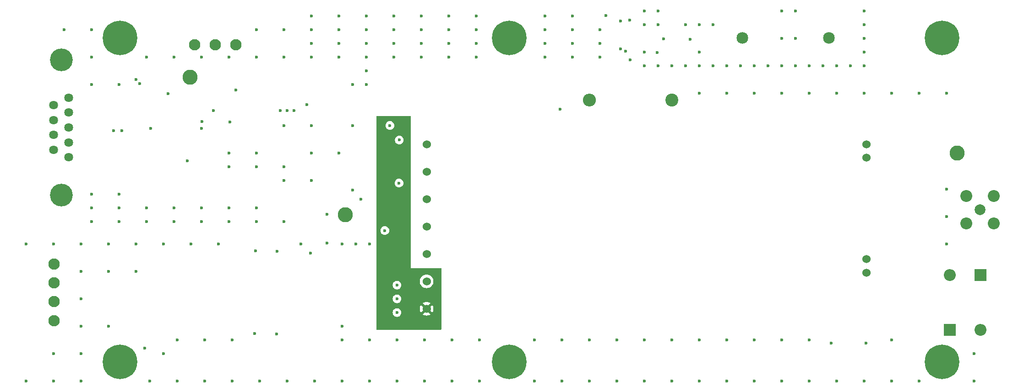
<source format=gbr>
%TF.GenerationSoftware,KiCad,Pcbnew,8.0.6*%
%TF.CreationDate,2024-12-30T11:40:09-05:00*%
%TF.ProjectId,SiPM_HV_Board,5369504d-5f48-4565-9f42-6f6172642e6b,rev?*%
%TF.SameCoordinates,Original*%
%TF.FileFunction,Copper,L4,Inr*%
%TF.FilePolarity,Positive*%
%FSLAX46Y46*%
G04 Gerber Fmt 4.6, Leading zero omitted, Abs format (unit mm)*
G04 Created by KiCad (PCBNEW 8.0.6) date 2024-12-30 11:40:09*
%MOMM*%
%LPD*%
G01*
G04 APERTURE LIST*
%TA.AperFunction,ComponentPad*%
%ADD10C,2.006600*%
%TD*%
%TA.AperFunction,ComponentPad*%
%ADD11C,2.209800*%
%TD*%
%TA.AperFunction,ComponentPad*%
%ADD12C,6.400000*%
%TD*%
%TA.AperFunction,ComponentPad*%
%ADD13R,2.200000X2.200000*%
%TD*%
%TA.AperFunction,ComponentPad*%
%ADD14O,2.200000X2.200000*%
%TD*%
%TA.AperFunction,ComponentPad*%
%ADD15C,2.800000*%
%TD*%
%TA.AperFunction,ComponentPad*%
%ADD16C,2.159000*%
%TD*%
%TA.AperFunction,ComponentPad*%
%ADD17C,1.524000*%
%TD*%
%TA.AperFunction,ComponentPad*%
%ADD18C,2.100000*%
%TD*%
%TA.AperFunction,ComponentPad*%
%ADD19C,1.635000*%
%TD*%
%TA.AperFunction,ComponentPad*%
%ADD20C,4.216000*%
%TD*%
%TA.AperFunction,ComponentPad*%
%ADD21C,2.400000*%
%TD*%
%TA.AperFunction,ComponentPad*%
%ADD22O,2.400000X2.400000*%
%TD*%
%TA.AperFunction,ViaPad*%
%ADD23C,0.600000*%
%TD*%
G04 APERTURE END LIST*
D10*
%TO.N,/SiPM_HV_Block/SiPM_HV_OUT*%
%TO.C,P_Out1*%
X235363000Y-99430000D03*
D11*
%TO.N,/SiPM_HV_Block/SiPM_HV_RTN*%
X237903000Y-96890000D03*
X232823000Y-96890000D03*
X232823000Y-101970000D03*
X237903000Y-101970000D03*
%TD*%
D12*
%TO.N,CHASSIS*%
%TO.C,H4*%
X228320000Y-127580000D03*
%TD*%
D13*
%TO.N,/SEC_PWR_RTN*%
%TO.C,D1*%
X229775000Y-121655000D03*
D14*
%TO.N,/SiPM_HV_Block/SiPM_HV_RTN*%
X229775000Y-111495000D03*
%TD*%
D15*
%TO.N,/SiPM_HV_Block/REM_ADJ*%
%TO.C,V_{SET}1*%
X89250000Y-74900000D03*
%TD*%
D12*
%TO.N,CHASSIS*%
%TO.C,H3*%
X148320000Y-127580000D03*
%TD*%
%TO.N,CHASSIS*%
%TO.C,H2*%
X76320000Y-127580000D03*
%TD*%
D15*
%TO.N,/SiPM_HV_Block/SiPM_HV_RTN*%
%TO.C,V_{OUT_RTN}1*%
X231140000Y-88900000D03*
%TD*%
D16*
%TO.N,Net-(M3-Pad3)*%
%TO.C,P2*%
X191410000Y-67580000D03*
%TD*%
D17*
%TO.N,/SiPM_HV_Block/V_RTN*%
%TO.C,U1*%
X133020000Y-117780000D03*
%TO.N,/SiPM_HV_Block/V_POS*%
X133020000Y-112700000D03*
%TO.N,/SiPM_HV_Block/Curr_Mon*%
X133020000Y-107620000D03*
%TO.N,/SiPM_HV_Block/Enable*%
X133020000Y-102540000D03*
%TO.N,/SEC_PWR_TELEM_RTN*%
X133020000Y-97460000D03*
%TO.N,/SiPM_HV_Block/REM_ADJ*%
X133020000Y-92380000D03*
%TO.N,unconnected-(U1-5V_REF-Pad7)*%
X133020000Y-87300000D03*
%TO.N,/SiPM_HV_Block/SiPM_HV_RTN*%
X214320000Y-87300000D03*
X214320000Y-89800000D03*
%TO.N,/SiPM_HV_Block/SiPM_HV_OUT*%
X214320000Y-108600000D03*
X214320000Y-111100000D03*
%TD*%
D18*
%TO.N,/SEC_PWR_RTN*%
%TO.C,J2*%
X64110000Y-109480000D03*
%TO.N,/SEC_PWR_IN*%
X64110000Y-112980000D03*
%TO.N,/SEC_PWR_RTN*%
X64110000Y-116480000D03*
%TO.N,/SEC_PWR_IN*%
X64110000Y-119980000D03*
%TD*%
D15*
%TO.N,/SiPM_HV_Block/Enable*%
%TO.C,V_{EN}1*%
X117980000Y-100350000D03*
%TD*%
D12*
%TO.N,CHASSIS*%
%TO.C,H6*%
X228320000Y-67580000D03*
%TD*%
%TO.N,CHASSIS*%
%TO.C,H1*%
X76320000Y-67580000D03*
%TD*%
D19*
%TO.N,/HV_CURR_MON*%
%TO.C,J3*%
X66880000Y-89730000D03*
%TO.N,/HV_Enable+*%
X66880000Y-86960000D03*
%TO.N,unconnected-(J3-Pad3)*%
X66880000Y-84190000D03*
%TO.N,/SEC_PWR_TELEM_RTN*%
X66880000Y-81420000D03*
X66880000Y-78650000D03*
X64040000Y-88345000D03*
%TO.N,/HV_Enable-*%
X64040000Y-85575000D03*
%TO.N,/SET_HV*%
X64040000Y-82805000D03*
%TO.N,/HV_VOLT_MON*%
X64040000Y-80035000D03*
D20*
%TO.N,CHASSIS*%
X65460000Y-71690000D03*
X65460000Y-96690000D03*
%TD*%
D16*
%TO.N,Net-(P1-Pad1)*%
%TO.C,P1*%
X207410000Y-67580000D03*
%TD*%
D12*
%TO.N,CHASSIS*%
%TO.C,H5*%
X148320000Y-67580000D03*
%TD*%
D21*
%TO.N,/SiPM_HV_Block/SiPM_HV_OUT*%
%TO.C,R20*%
X178340000Y-79110000D03*
D22*
%TO.N,Net-(U2B-+INB)*%
X163100000Y-79110000D03*
%TD*%
D18*
%TO.N,/SEC_PWR_TELEM_RTN*%
%TO.C,J1*%
X97720400Y-68895600D03*
%TO.N,/SEC_PWR_TELEM*%
X93910400Y-68895600D03*
%TO.N,/SEC_PWR_TELEM_RTN*%
X90100400Y-68895600D03*
%TD*%
D13*
%TO.N,/SiPM_HV_Block/SiPM_HV_RTN*%
%TO.C,D2*%
X235430000Y-111570000D03*
D14*
%TO.N,/SEC_PWR_RTN*%
X235430000Y-121730000D03*
%TD*%
D23*
%TO.N,/SEC_PWR_RTN*%
X229140000Y-105780000D03*
X234220000Y-131180000D03*
X69120000Y-126100000D03*
X97060000Y-123560000D03*
X79280000Y-105780000D03*
X224060000Y-77840000D03*
X183420000Y-123560000D03*
X213900000Y-77840000D03*
X203740000Y-131180000D03*
X64040000Y-131180000D03*
X58960000Y-105780000D03*
X69120000Y-110860000D03*
X188500000Y-131180000D03*
X91980000Y-131180000D03*
X127540000Y-115940000D03*
X112300000Y-131180000D03*
X86900000Y-123560000D03*
X127540000Y-118480000D03*
X213900000Y-131180000D03*
X168180000Y-131180000D03*
X229140000Y-100700000D03*
X203740000Y-123560000D03*
X127540000Y-113400000D03*
X97060000Y-131180000D03*
X152940000Y-123560000D03*
X117380000Y-121020000D03*
X64040000Y-105780000D03*
X193580000Y-123560000D03*
X193580000Y-77840000D03*
X64040000Y-126100000D03*
X208820000Y-131180000D03*
X158020000Y-131180000D03*
X89440000Y-105780000D03*
X229140000Y-77840000D03*
X163100000Y-131180000D03*
X69120000Y-131180000D03*
X218980000Y-77840000D03*
X158020000Y-123560000D03*
X198660000Y-77840000D03*
X109760000Y-105780000D03*
X81820000Y-131180000D03*
X86900000Y-131180000D03*
X132620000Y-131180000D03*
X208820000Y-77840000D03*
X218980000Y-123560000D03*
X74200000Y-105780000D03*
X142780000Y-131180000D03*
X84360000Y-105780000D03*
X224060000Y-131180000D03*
X188500000Y-123560000D03*
X80930000Y-125110000D03*
X157690000Y-80770000D03*
X173260000Y-123560000D03*
X142780000Y-123560000D03*
X122460000Y-105780000D03*
X69120000Y-105780000D03*
X79280000Y-110860000D03*
X69120000Y-121020000D03*
X229140000Y-95620000D03*
X203740000Y-77840000D03*
X183420000Y-131180000D03*
X178340000Y-131180000D03*
X234220000Y-126100000D03*
X58960000Y-131180000D03*
X198660000Y-131180000D03*
X127540000Y-123560000D03*
X132620000Y-123560000D03*
X193580000Y-131180000D03*
X84360000Y-126100000D03*
X122460000Y-131180000D03*
X111520000Y-107480000D03*
X137700000Y-123560000D03*
X94520000Y-105780000D03*
X168180000Y-123560000D03*
X188500000Y-77840000D03*
X163100000Y-123560000D03*
X107220000Y-131180000D03*
X102140000Y-131180000D03*
X114610000Y-105600000D03*
X152940000Y-131180000D03*
X101400000Y-107080000D03*
X178340000Y-123560000D03*
X117380000Y-123560000D03*
X91980000Y-123560000D03*
X74200000Y-121020000D03*
X69120000Y-115940000D03*
X183420000Y-77840000D03*
X101220000Y-122410000D03*
X198660000Y-123560000D03*
X74200000Y-110860000D03*
X127540000Y-131180000D03*
X122460000Y-123560000D03*
X173260000Y-131180000D03*
X117380000Y-131180000D03*
X137700000Y-131180000D03*
X218980000Y-131180000D03*
%TO.N,/SiPM_HV_Block/V_POS*%
X126238000Y-83820000D03*
X125300000Y-103290000D03*
%TO.N,/SiPM_HV_Block/V_RTN*%
X128430000Y-105110000D03*
X128160000Y-90550000D03*
%TO.N,/SiPM_HV_Block/SiPM_HV_RTN*%
X214230000Y-124190000D03*
%TO.N,CHASSIS*%
X207853278Y-124184243D03*
X105370000Y-107100000D03*
X105270000Y-122420000D03*
%TO.N,/SEC_PWR_TELEM*%
X175625000Y-70340000D03*
X168885000Y-64500000D03*
%TO.N,/SEC_PWR_TELEM_RTN*%
X132080000Y-68580000D03*
X121920000Y-71120000D03*
X101600000Y-99060000D03*
X154940000Y-66040000D03*
X201200000Y-72760000D03*
X191040000Y-72760000D03*
X201200000Y-67680000D03*
X114610000Y-100240000D03*
X127000000Y-71120000D03*
X208820000Y-72760000D03*
X142240000Y-66040000D03*
X213900000Y-65140000D03*
X101600000Y-101600000D03*
X91440000Y-101600000D03*
X119380000Y-76200000D03*
X79970000Y-76100000D03*
X110835400Y-79935600D03*
X160020000Y-71120000D03*
X175800000Y-62600000D03*
X76200000Y-101600000D03*
X86360000Y-101600000D03*
X81280000Y-99060000D03*
X193580000Y-72760000D03*
X91500000Y-83100000D03*
X71120000Y-96520000D03*
X127000000Y-63500000D03*
X111760000Y-83820000D03*
X160020000Y-66040000D03*
X76200000Y-76200000D03*
X154940000Y-71120000D03*
X106680000Y-71120000D03*
X137160000Y-63500000D03*
X116840000Y-68580000D03*
X71120000Y-99060000D03*
X211360000Y-72760000D03*
X127000000Y-66040000D03*
X120840000Y-97500000D03*
X121920000Y-63500000D03*
X154940000Y-63500000D03*
X106680000Y-91440000D03*
X201200000Y-62600000D03*
X116840000Y-66040000D03*
X71120000Y-76200000D03*
X101600000Y-88900000D03*
X86360000Y-99060000D03*
X137160000Y-66040000D03*
X96520000Y-71120000D03*
X137160000Y-71120000D03*
X198660000Y-72760000D03*
X91440000Y-99060000D03*
X154940000Y-68580000D03*
X116840000Y-88900000D03*
X93620000Y-81060000D03*
X119380000Y-83820000D03*
X173260000Y-70220000D03*
X116840000Y-71120000D03*
X165100000Y-68580000D03*
X97720000Y-77260000D03*
X111760000Y-88900000D03*
X166205000Y-63420000D03*
X116840000Y-63500000D03*
X173260000Y-72760000D03*
X183420000Y-72760000D03*
X111760000Y-63500000D03*
X66040000Y-66040000D03*
X111760000Y-71120000D03*
X75165200Y-84799600D03*
X198660000Y-67680000D03*
X96520000Y-99060000D03*
X111760000Y-68580000D03*
X71120000Y-101600000D03*
X213900000Y-62600000D03*
X111760000Y-93980000D03*
X188500000Y-72760000D03*
X101600000Y-66040000D03*
X71120000Y-71120000D03*
X81280000Y-101600000D03*
X119361200Y-95823200D03*
X137160000Y-68580000D03*
X142240000Y-68580000D03*
X82000000Y-84370000D03*
X86360000Y-71120000D03*
X142240000Y-71120000D03*
X76200000Y-96520000D03*
X165100000Y-66040000D03*
X76200000Y-99060000D03*
X79280000Y-75300000D03*
X121920000Y-66040000D03*
X101600000Y-91440000D03*
X180880000Y-72760000D03*
X213900000Y-70220000D03*
X96520000Y-91440000D03*
X132080000Y-71120000D03*
X169845000Y-70040000D03*
X132080000Y-63500000D03*
X106680000Y-93980000D03*
X213900000Y-72760000D03*
X142240000Y-63500000D03*
X206280000Y-72760000D03*
X196120000Y-72760000D03*
X165100000Y-71120000D03*
X127000000Y-68580000D03*
X173260000Y-62600000D03*
X203740000Y-72760000D03*
X181750000Y-67807000D03*
X96520000Y-101600000D03*
X106680000Y-66040000D03*
X96670000Y-83160000D03*
X132080000Y-66040000D03*
X198660000Y-62600000D03*
X180880000Y-65140000D03*
X160020000Y-68580000D03*
X213900000Y-67680000D03*
X160020000Y-63500000D03*
X175800000Y-72760000D03*
X91440000Y-71120000D03*
X106680000Y-83820000D03*
X121920000Y-73660000D03*
X183420000Y-70220000D03*
X121920000Y-68580000D03*
X71120000Y-66040000D03*
X173260000Y-65140000D03*
X175800000Y-65140000D03*
X106680000Y-101600000D03*
X111760000Y-66040000D03*
X183420000Y-65140000D03*
X121920000Y-76200000D03*
X178340000Y-72760000D03*
X96520000Y-88900000D03*
X185960000Y-65140000D03*
X81280000Y-71120000D03*
X185960000Y-72760000D03*
X101600000Y-71120000D03*
%TO.N,/HV_VOLT_MON*%
X88790000Y-90350000D03*
%TO.N,Net-(M2-Pad1)*%
X127965200Y-86512400D03*
X127914400Y-94488000D03*
%TO.N,Net-(M3-Pad1)*%
X176875000Y-67760000D03*
%TO.N,/SiPM_HV_Block/REM_ADJ*%
X85243644Y-77896215D03*
%TO.N,Net-(U2B-+INB)*%
X170635000Y-71670000D03*
%TO.N,/V3p3*%
X108490000Y-81015000D03*
X91431100Y-84390000D03*
X105950000Y-81015000D03*
X76689200Y-84799600D03*
X107220000Y-81015000D03*
%TO.N,Net-(U5-OUT)*%
X168905000Y-69650000D03*
%TO.N,Net-(U5--IN)*%
X170535000Y-64290000D03*
%TO.N,/SEC_PWR_RTN*%
X119920000Y-105780000D03*
X117380000Y-105780000D03*
%TD*%
%TA.AperFunction,Conductor*%
%TO.N,/SiPM_HV_Block/V_RTN*%
G36*
X130023039Y-82050685D02*
G01*
X130068794Y-82103489D01*
X130080000Y-82155000D01*
X130080000Y-110225000D01*
X135671000Y-110225000D01*
X135738039Y-110244685D01*
X135783794Y-110297489D01*
X135795000Y-110349000D01*
X135795000Y-121531000D01*
X135775315Y-121598039D01*
X135722511Y-121643794D01*
X135671000Y-121655000D01*
X123854000Y-121655000D01*
X123786961Y-121635315D01*
X123741206Y-121582511D01*
X123730000Y-121531000D01*
X123730000Y-118479996D01*
X126734435Y-118479996D01*
X126734435Y-118480003D01*
X126754630Y-118659249D01*
X126754631Y-118659254D01*
X126814211Y-118829523D01*
X126902746Y-118970424D01*
X126910184Y-118982262D01*
X127037738Y-119109816D01*
X127190478Y-119205789D01*
X127360745Y-119265368D01*
X127360750Y-119265369D01*
X127539996Y-119285565D01*
X127540000Y-119285565D01*
X127540004Y-119285565D01*
X127719249Y-119265369D01*
X127719252Y-119265368D01*
X127719255Y-119265368D01*
X127889522Y-119205789D01*
X128042262Y-119109816D01*
X128169816Y-118982262D01*
X128265789Y-118829522D01*
X128325368Y-118659255D01*
X128345565Y-118480000D01*
X128338062Y-118413411D01*
X128325369Y-118300750D01*
X128325368Y-118300745D01*
X128265788Y-118130476D01*
X128169815Y-117977737D01*
X128042262Y-117850184D01*
X127930564Y-117779999D01*
X131753179Y-117779999D01*
X131753179Y-117780000D01*
X131772424Y-117999976D01*
X131772426Y-117999986D01*
X131829575Y-118213270D01*
X131829580Y-118213284D01*
X131922898Y-118413405D01*
X131922901Y-118413411D01*
X131968258Y-118478187D01*
X131968259Y-118478188D01*
X132639000Y-117807447D01*
X132639000Y-117830160D01*
X132664964Y-117927061D01*
X132715124Y-118013940D01*
X132786060Y-118084876D01*
X132872939Y-118135036D01*
X132969840Y-118161000D01*
X132992553Y-118161000D01*
X132321810Y-118831740D01*
X132386590Y-118877099D01*
X132386592Y-118877100D01*
X132586715Y-118970419D01*
X132586729Y-118970424D01*
X132800013Y-119027573D01*
X132800023Y-119027575D01*
X133019999Y-119046821D01*
X133020001Y-119046821D01*
X133239976Y-119027575D01*
X133239986Y-119027573D01*
X133453270Y-118970424D01*
X133453284Y-118970419D01*
X133653407Y-118877100D01*
X133653417Y-118877094D01*
X133718188Y-118831741D01*
X133047448Y-118161000D01*
X133070160Y-118161000D01*
X133167061Y-118135036D01*
X133253940Y-118084876D01*
X133324876Y-118013940D01*
X133375036Y-117927061D01*
X133401000Y-117830160D01*
X133401000Y-117807447D01*
X134071741Y-118478188D01*
X134117094Y-118413417D01*
X134117100Y-118413407D01*
X134210419Y-118213284D01*
X134210424Y-118213270D01*
X134267573Y-117999986D01*
X134267575Y-117999976D01*
X134286821Y-117780000D01*
X134286821Y-117779999D01*
X134267575Y-117560023D01*
X134267573Y-117560013D01*
X134210424Y-117346729D01*
X134210420Y-117346720D01*
X134117096Y-117146586D01*
X134071741Y-117081811D01*
X134071740Y-117081810D01*
X133401000Y-117752551D01*
X133401000Y-117729840D01*
X133375036Y-117632939D01*
X133324876Y-117546060D01*
X133253940Y-117475124D01*
X133167061Y-117424964D01*
X133070160Y-117399000D01*
X133047448Y-117399000D01*
X133718188Y-116728259D01*
X133718187Y-116728258D01*
X133653411Y-116682901D01*
X133653405Y-116682898D01*
X133453284Y-116589580D01*
X133453270Y-116589575D01*
X133239986Y-116532426D01*
X133239976Y-116532424D01*
X133020001Y-116513179D01*
X133019999Y-116513179D01*
X132800023Y-116532424D01*
X132800013Y-116532426D01*
X132586729Y-116589575D01*
X132586720Y-116589579D01*
X132386590Y-116682901D01*
X132321811Y-116728258D01*
X132992553Y-117399000D01*
X132969840Y-117399000D01*
X132872939Y-117424964D01*
X132786060Y-117475124D01*
X132715124Y-117546060D01*
X132664964Y-117632939D01*
X132639000Y-117729840D01*
X132639000Y-117752553D01*
X131968258Y-117081811D01*
X131922901Y-117146590D01*
X131829579Y-117346720D01*
X131829575Y-117346729D01*
X131772426Y-117560013D01*
X131772424Y-117560023D01*
X131753179Y-117779999D01*
X127930564Y-117779999D01*
X127889523Y-117754211D01*
X127719254Y-117694631D01*
X127719249Y-117694630D01*
X127540004Y-117674435D01*
X127539996Y-117674435D01*
X127360750Y-117694630D01*
X127360745Y-117694631D01*
X127190476Y-117754211D01*
X127037737Y-117850184D01*
X126910184Y-117977737D01*
X126814211Y-118130476D01*
X126754631Y-118300745D01*
X126754630Y-118300750D01*
X126734435Y-118479996D01*
X123730000Y-118479996D01*
X123730000Y-115939996D01*
X126734435Y-115939996D01*
X126734435Y-115940003D01*
X126754630Y-116119249D01*
X126754631Y-116119254D01*
X126814211Y-116289523D01*
X126910184Y-116442262D01*
X127037738Y-116569816D01*
X127190478Y-116665789D01*
X127360745Y-116725368D01*
X127360750Y-116725369D01*
X127539996Y-116745565D01*
X127540000Y-116745565D01*
X127540004Y-116745565D01*
X127719249Y-116725369D01*
X127719252Y-116725368D01*
X127719255Y-116725368D01*
X127889522Y-116665789D01*
X128042262Y-116569816D01*
X128169816Y-116442262D01*
X128265789Y-116289522D01*
X128325368Y-116119255D01*
X128345565Y-115940000D01*
X128325368Y-115760745D01*
X128265789Y-115590478D01*
X128169816Y-115437738D01*
X128042262Y-115310184D01*
X127889523Y-115214211D01*
X127719254Y-115154631D01*
X127719249Y-115154630D01*
X127540004Y-115134435D01*
X127539996Y-115134435D01*
X127360750Y-115154630D01*
X127360745Y-115154631D01*
X127190476Y-115214211D01*
X127037737Y-115310184D01*
X126910184Y-115437737D01*
X126814211Y-115590476D01*
X126754631Y-115760745D01*
X126754630Y-115760750D01*
X126734435Y-115939996D01*
X123730000Y-115939996D01*
X123730000Y-113399996D01*
X126734435Y-113399996D01*
X126734435Y-113400003D01*
X126754630Y-113579249D01*
X126754631Y-113579254D01*
X126814211Y-113749523D01*
X126844377Y-113797531D01*
X126910184Y-113902262D01*
X127037738Y-114029816D01*
X127190478Y-114125789D01*
X127360745Y-114185368D01*
X127360750Y-114185369D01*
X127539996Y-114205565D01*
X127540000Y-114205565D01*
X127540004Y-114205565D01*
X127719249Y-114185369D01*
X127719252Y-114185368D01*
X127719255Y-114185368D01*
X127889522Y-114125789D01*
X128042262Y-114029816D01*
X128169816Y-113902262D01*
X128265789Y-113749522D01*
X128325368Y-113579255D01*
X128325369Y-113579249D01*
X128345565Y-113400003D01*
X128345565Y-113399996D01*
X128325369Y-113220750D01*
X128325368Y-113220745D01*
X128265789Y-113050478D01*
X128169816Y-112897738D01*
X128042262Y-112770184D01*
X127930561Y-112699997D01*
X131752677Y-112699997D01*
X131752677Y-112700002D01*
X131771929Y-112920062D01*
X131771930Y-112920070D01*
X131829104Y-113133445D01*
X131829105Y-113133447D01*
X131829106Y-113133450D01*
X131922466Y-113333662D01*
X131922468Y-113333666D01*
X132049170Y-113514615D01*
X132049175Y-113514621D01*
X132205378Y-113670824D01*
X132205384Y-113670829D01*
X132386333Y-113797531D01*
X132386335Y-113797532D01*
X132386338Y-113797534D01*
X132586550Y-113890894D01*
X132799932Y-113948070D01*
X132957123Y-113961822D01*
X133019998Y-113967323D01*
X133020000Y-113967323D01*
X133020002Y-113967323D01*
X133075017Y-113962509D01*
X133240068Y-113948070D01*
X133453450Y-113890894D01*
X133653662Y-113797534D01*
X133834620Y-113670826D01*
X133990826Y-113514620D01*
X134117534Y-113333662D01*
X134210894Y-113133450D01*
X134268070Y-112920068D01*
X134287323Y-112700000D01*
X134268070Y-112479932D01*
X134210894Y-112266550D01*
X134117534Y-112066339D01*
X133990826Y-111885380D01*
X133834620Y-111729174D01*
X133834616Y-111729171D01*
X133834615Y-111729170D01*
X133653666Y-111602468D01*
X133653662Y-111602466D01*
X133653660Y-111602465D01*
X133453450Y-111509106D01*
X133453447Y-111509105D01*
X133453445Y-111509104D01*
X133240070Y-111451930D01*
X133240062Y-111451929D01*
X133020002Y-111432677D01*
X133019998Y-111432677D01*
X132799937Y-111451929D01*
X132799929Y-111451930D01*
X132586554Y-111509104D01*
X132586548Y-111509107D01*
X132386340Y-111602465D01*
X132386338Y-111602466D01*
X132205377Y-111729175D01*
X132049175Y-111885377D01*
X131922466Y-112066338D01*
X131922465Y-112066340D01*
X131829107Y-112266548D01*
X131829104Y-112266554D01*
X131771930Y-112479929D01*
X131771929Y-112479937D01*
X131752677Y-112699997D01*
X127930561Y-112699997D01*
X127889523Y-112674211D01*
X127719254Y-112614631D01*
X127719249Y-112614630D01*
X127540004Y-112594435D01*
X127539996Y-112594435D01*
X127360750Y-112614630D01*
X127360745Y-112614631D01*
X127190476Y-112674211D01*
X127037737Y-112770184D01*
X126910184Y-112897737D01*
X126814211Y-113050476D01*
X126754631Y-113220745D01*
X126754630Y-113220750D01*
X126734435Y-113399996D01*
X123730000Y-113399996D01*
X123730000Y-103289996D01*
X124494435Y-103289996D01*
X124494435Y-103290003D01*
X124514630Y-103469249D01*
X124514631Y-103469254D01*
X124574211Y-103639523D01*
X124631624Y-103730894D01*
X124670184Y-103792262D01*
X124797738Y-103919816D01*
X124950478Y-104015789D01*
X125120745Y-104075368D01*
X125120750Y-104075369D01*
X125299996Y-104095565D01*
X125300000Y-104095565D01*
X125300004Y-104095565D01*
X125479249Y-104075369D01*
X125479252Y-104075368D01*
X125479255Y-104075368D01*
X125649522Y-104015789D01*
X125802262Y-103919816D01*
X125929816Y-103792262D01*
X126025789Y-103639522D01*
X126085368Y-103469255D01*
X126105565Y-103290000D01*
X126085368Y-103110745D01*
X126025789Y-102940478D01*
X125929816Y-102787738D01*
X125802262Y-102660184D01*
X125649523Y-102564211D01*
X125479254Y-102504631D01*
X125479249Y-102504630D01*
X125300004Y-102484435D01*
X125299996Y-102484435D01*
X125120750Y-102504630D01*
X125120745Y-102504631D01*
X124950476Y-102564211D01*
X124797737Y-102660184D01*
X124670184Y-102787737D01*
X124574211Y-102940476D01*
X124514631Y-103110745D01*
X124514630Y-103110750D01*
X124494435Y-103289996D01*
X123730000Y-103289996D01*
X123730000Y-94487996D01*
X127108835Y-94487996D01*
X127108835Y-94488003D01*
X127129030Y-94667249D01*
X127129031Y-94667254D01*
X127188611Y-94837523D01*
X127284584Y-94990262D01*
X127412138Y-95117816D01*
X127564878Y-95213789D01*
X127735145Y-95273368D01*
X127735150Y-95273369D01*
X127914396Y-95293565D01*
X127914400Y-95293565D01*
X127914404Y-95293565D01*
X128093649Y-95273369D01*
X128093652Y-95273368D01*
X128093655Y-95273368D01*
X128263922Y-95213789D01*
X128416662Y-95117816D01*
X128544216Y-94990262D01*
X128640189Y-94837522D01*
X128699768Y-94667255D01*
X128719965Y-94488000D01*
X128699768Y-94308745D01*
X128640189Y-94138478D01*
X128544216Y-93985738D01*
X128416662Y-93858184D01*
X128263923Y-93762211D01*
X128093654Y-93702631D01*
X128093649Y-93702630D01*
X127914404Y-93682435D01*
X127914396Y-93682435D01*
X127735150Y-93702630D01*
X127735145Y-93702631D01*
X127564876Y-93762211D01*
X127412137Y-93858184D01*
X127284584Y-93985737D01*
X127188611Y-94138476D01*
X127129031Y-94308745D01*
X127129030Y-94308750D01*
X127108835Y-94487996D01*
X123730000Y-94487996D01*
X123730000Y-86512396D01*
X127159635Y-86512396D01*
X127159635Y-86512403D01*
X127179830Y-86691649D01*
X127179831Y-86691654D01*
X127239411Y-86861923D01*
X127335384Y-87014662D01*
X127462938Y-87142216D01*
X127615678Y-87238189D01*
X127785945Y-87297768D01*
X127785950Y-87297769D01*
X127965196Y-87317965D01*
X127965200Y-87317965D01*
X127965204Y-87317965D01*
X128144449Y-87297769D01*
X128144452Y-87297768D01*
X128144455Y-87297768D01*
X128314722Y-87238189D01*
X128467462Y-87142216D01*
X128595016Y-87014662D01*
X128690989Y-86861922D01*
X128750568Y-86691655D01*
X128750569Y-86691649D01*
X128770765Y-86512403D01*
X128770765Y-86512396D01*
X128750569Y-86333150D01*
X128750568Y-86333145D01*
X128690988Y-86162876D01*
X128651782Y-86100480D01*
X128595016Y-86010138D01*
X128467462Y-85882584D01*
X128314723Y-85786611D01*
X128144454Y-85727031D01*
X128144449Y-85727030D01*
X127965204Y-85706835D01*
X127965196Y-85706835D01*
X127785950Y-85727030D01*
X127785945Y-85727031D01*
X127615676Y-85786611D01*
X127462937Y-85882584D01*
X127335384Y-86010137D01*
X127239411Y-86162876D01*
X127179831Y-86333145D01*
X127179830Y-86333150D01*
X127159635Y-86512396D01*
X123730000Y-86512396D01*
X123730000Y-83819996D01*
X125432435Y-83819996D01*
X125432435Y-83820003D01*
X125452630Y-83999249D01*
X125452631Y-83999254D01*
X125512211Y-84169523D01*
X125608184Y-84322262D01*
X125735738Y-84449816D01*
X125888478Y-84545789D01*
X126058745Y-84605368D01*
X126058750Y-84605369D01*
X126237996Y-84625565D01*
X126238000Y-84625565D01*
X126238004Y-84625565D01*
X126417249Y-84605369D01*
X126417252Y-84605368D01*
X126417255Y-84605368D01*
X126587522Y-84545789D01*
X126740262Y-84449816D01*
X126867816Y-84322262D01*
X126963789Y-84169522D01*
X127023368Y-83999255D01*
X127043565Y-83820000D01*
X127023368Y-83640745D01*
X126963789Y-83470478D01*
X126867816Y-83317738D01*
X126740262Y-83190184D01*
X126587523Y-83094211D01*
X126417254Y-83034631D01*
X126417249Y-83034630D01*
X126238004Y-83014435D01*
X126237996Y-83014435D01*
X126058750Y-83034630D01*
X126058745Y-83034631D01*
X125888476Y-83094211D01*
X125735737Y-83190184D01*
X125608184Y-83317737D01*
X125512211Y-83470476D01*
X125452631Y-83640745D01*
X125452630Y-83640750D01*
X125432435Y-83819996D01*
X123730000Y-83819996D01*
X123730000Y-82155000D01*
X123749685Y-82087961D01*
X123802489Y-82042206D01*
X123854000Y-82031000D01*
X129956000Y-82031000D01*
X130023039Y-82050685D01*
G37*
%TD.AperFunction*%
%TD*%
M02*

</source>
